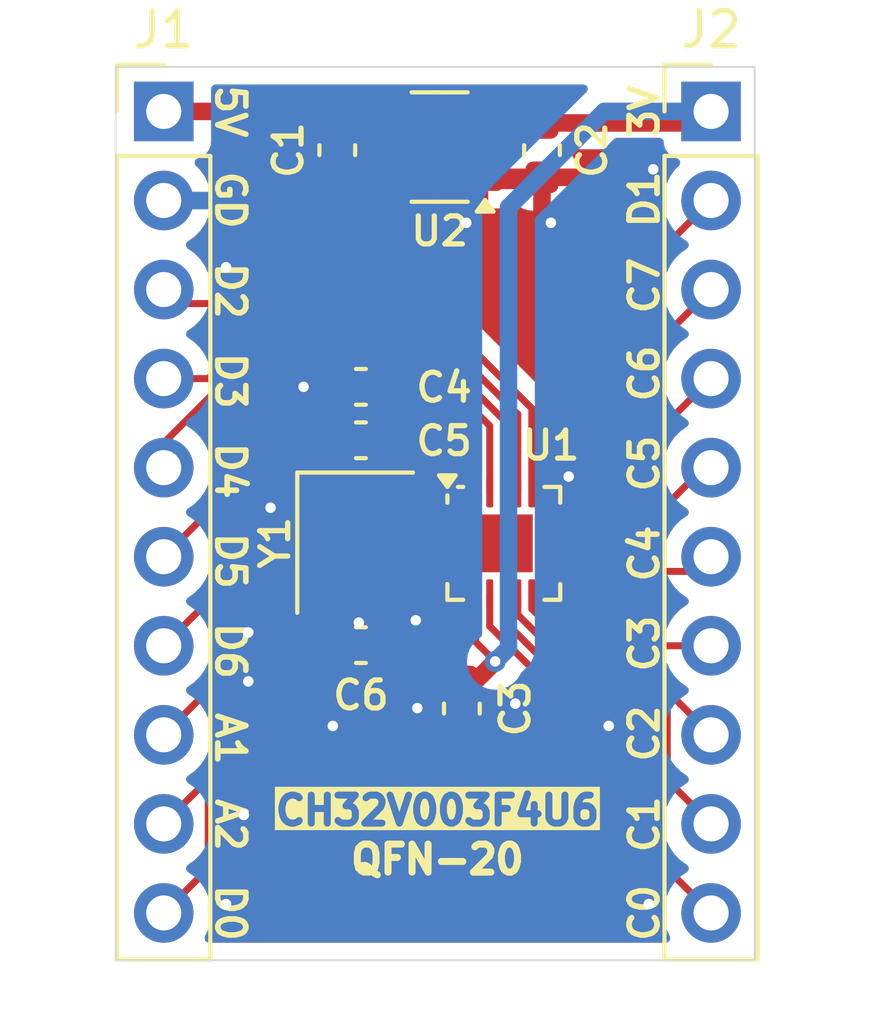
<source format=kicad_pcb>
(kicad_pcb (version 20240108) (generator "pcbnew") (generator_version "8.0")
  (layers (0 "F.Cu" signal) (31 "B.Cu" signal) (34 "B.Paste" user) (35 "F.Paste" user) (36 "B.SilkS" user "B.Silkscreen") (37 "F.SilkS" user "F.Silkscreen") (38 "B.Mask" user) (39 "F.Mask" user) (44 "Edge.Cuts" user))
  (net 0 "")
  (net 1 "GND")
  (net 2 "+5V")
  (net 3 "+3V3")
  (net 4 "NRST")
  (net 5 "PA1")
  (net 6 "PA2")
  (net 7 "PD6")
  (net 8 "PD1")
  (net 9 "PC3")
  (net 10 "PD4")
  (net 11 "PD5")
  (net 12 "PC4")
  (net 13 "PD3")
  (net 14 "PC6")
  (net 15 "PC0")
  (net 16 "PC1")
  (net 17 "PC2")
  (net 18 "PD2")
  (net 19 "PC7")
  (net 20 "PC5")
  (net 21 "PD0")
  (footprint "Capacitor_SMD:C_0603_1608Metric" (layer "F.Cu") (at 99.441 69.4295 -90)
    (property "Reference" "C2" (at 0 -1.43 90) (layer "F.SilkS") (effects (font (size 0.8 0.8))))
    (property "Value" "10uF")
    (fp_line (start -0.14058 0.51) (end 0.14058 0.51) (stroke (width 0.12)) (layer "F.SilkS"))
    (fp_line (start -0.14058 -0.51) (end 0.14058 -0.51) (stroke (width 0.12)) (layer "F.SilkS"))
    (pad "1" smd roundrect (at -0.775 0 270) (size 0.9 0.95) (layers "F.Cu" "F.Paste" "F.Mask") (net 3 "+3V3"))
    (pad "2" smd roundrect (at 0.775 0 270) (size 0.9 0.95) (layers "F.Cu" "F.Paste" "F.Mask") (net 1 "GND"))
  )
  (footprint "Package_DFN_QFN:QFN-20-1EP_3x3mm_P0.4mm_EP1.65x1.65mm" (layer "F.Cu") (at 98.351 80.645)
    (property "Reference" "U1" (at 1.344 -2.794 0) (layer "F.SilkS") (effects (font (size 0.8 0.8))))
    (property "Value" "CH32V003FxUx")
    (fp_line (start -1.61 -1.16) (end -1.61 -1.37) (stroke (width 0.12)) (layer "F.SilkS"))
    (fp_line (start -1.61 1.61) (end -1.61 1.16) (stroke (width 0.12)) (layer "F.SilkS"))
    (fp_line (start -1.16 -1.61) (end -1.31 -1.61) (stroke (width 0.12)) (layer "F.SilkS"))
    (fp_line (start -1.16 1.61) (end -1.61 1.61) (stroke (width 0.12)) (layer "F.SilkS"))
    (fp_line (start 1.16 -1.61) (end 1.61 -1.61) (stroke (width 0.12)) (layer "F.SilkS"))
    (fp_line (start 1.16 1.61) (end 1.61 1.61) (stroke (width 0.12)) (layer "F.SilkS"))
    (fp_line (start 1.61 -1.61) (end 1.61 -1.16) (stroke (width 0.12)) (layer "F.SilkS"))
    (fp_line (start 1.61 1.61) (end 1.61 1.16) (stroke (width 0.12)) (layer "F.SilkS"))
    (fp_poly (pts (xy -1.61 -1.61) (xy -1.85 -1.94) (xy -1.37 -1.94) (xy -1.61 -1.61)) (stroke (width 0.12)) (fill solid) (layer "F.SilkS"))
    (pad "1" smd roundrect (at -1.45 -0.8) (size 0.85 0.2) (layers "F.Cu" "F.Paste" "F.Mask") (net 4 "NRST"))
    (pad "2" smd roundrect (at -1.45 -0.4) (size 0.85 0.2) (layers "F.Cu" "F.Paste" "F.Mask") (net 5 "PA1"))
    (pad "3" smd roundrect (at -1.45 0) (size 0.85 0.2) (layers "F.Cu" "F.Paste" "F.Mask") (net 6 "PA2"))
    (pad "4" smd roundrect (at -1.45 0.4) (size 0.85 0.2) (layers "F.Cu" "F.Paste" "F.Mask") (net 1 "GND"))
    (pad "5" smd roundrect (at -1.45 0.8) (size 0.85 0.2) (layers "F.Cu" "F.Paste" "F.Mask") (net 21 "PD0"))
    (pad "6" smd roundrect (at -0.8 1.45) (size 0.2 0.85) (layers "F.Cu" "F.Paste" "F.Mask") (net 3 "+3V3"))
    (pad "7" smd roundrect (at -0.4 1.45) (size 0.2 0.85) (layers "F.Cu" "F.Paste" "F.Mask") (net 15 "PC0"))
    (pad "8" smd roundrect (at 0 1.45) (size 0.2 0.85) (layers "F.Cu" "F.Paste" "F.Mask") (net 16 "PC1"))
    (pad "9" smd roundrect (at 0.4 1.45) (size 0.2 0.85) (layers "F.Cu" "F.Paste" "F.Mask") (net 17 "PC2"))
    (pad "10" smd roundrect (at 0.8 1.45) (size 0.2 0.85) (layers "F.Cu" "F.Paste" "F.Mask") (net 9 "PC3"))
    (pad "11" smd roundrect (at 1.45 0.8) (size 0.85 0.2) (layers "F.Cu" "F.Paste" "F.Mask") (net 12 "PC4"))
    (pad "12" smd roundrect (at 1.45 0.4) (size 0.85 0.2) (layers "F.Cu" "F.Paste" "F.Mask") (net 20 "PC5"))
    (pad "13" smd roundrect (at 1.45 0) (size 0.85 0.2) (layers "F.Cu" "F.Paste" "F.Mask") (net 14 "PC6"))
    (pad "14" smd roundrect (at 1.45 -0.4) (size 0.85 0.2) (layers "F.Cu" "F.Paste" "F.Mask") (net 19 "PC7"))
    (pad "15" smd roundrect (at 1.45 -0.8) (size 0.85 0.2) (layers "F.Cu" "F.Paste" "F.Mask") (net 8 "PD1"))
    (pad "16" smd roundrect (at 0.8 -1.45) (size 0.2 0.85) (layers "F.Cu" "F.Paste" "F.Mask") (net 18 "PD2"))
    (pad "17" smd roundrect (at 0.4 -1.45) (size 0.2 0.85) (layers "F.Cu" "F.Paste" "F.Mask") (net 13 "PD3"))
    (pad "18" smd roundrect (at 0 -1.45) (size 0.2 0.85) (layers "F.Cu" "F.Paste" "F.Mask") (net 10 "PD4"))
    (pad "19" smd roundrect (at -0.4 -1.45) (size 0.2 0.85) (layers "F.Cu" "F.Paste" "F.Mask") (net 11 "PD5"))
    (pad "20" smd roundrect (at -0.8 -1.45) (size 0.2 0.85) (layers "F.Cu" "F.Paste" "F.Mask") (net 7 "PD6"))
    (pad "21" smd rect (at 0 0) (size 1.65 1.65) (property pad_prop_heatsink) (layers "F.Cu" "F.Mask"))
  )
  (footprint "Connector_PinHeader_2.54mm:PinHeader_1x10_P2.54mm_Vertical" (layer "F.Cu") (at 88.646 68.326)
    (property "Reference" "J1" (at 0 -2.33 0) (layer "F.SilkS"))
    (property "Value" "Conn_01x10")
    (fp_line (start -1.33 -1.33) (end 0 -1.33) (stroke (width 0.12)) (layer "F.SilkS"))
    (fp_line (start -1.33 0) (end -1.33 -1.33) (stroke (width 0.12)) (layer "F.SilkS"))
    (fp_line (start -1.33 1.27) (end -1.33 24.19) (stroke (width 0.12)) (layer "F.SilkS"))
    (fp_line (start -1.33 1.27) (end 1.33 1.27) (stroke (width 0.12)) (layer "F.SilkS"))
    (fp_line (start -1.33 24.19) (end 1.33 24.19) (stroke (width 0.12)) (layer "F.SilkS"))
    (fp_line (start 1.33 1.27) (end 1.33 24.19) (stroke (width 0.12)) (layer "F.SilkS"))
    (pad "1" thru_hole rect (at 0 0) (size 1.7 1.7) (drill 1) (layers "*.Cu" "*.Mask") (net 2 "+5V"))
    (pad "2" thru_hole oval (at 0 2.54) (size 1.7 1.7) (drill 1) (layers "*.Cu" "*.Mask") (net 1 "GND"))
    (pad "3" thru_hole oval (at 0 5.08) (size 1.7 1.7) (drill 1) (layers "*.Cu" "*.Mask") (net 18 "PD2"))
    (pad "4" thru_hole oval (at 0 7.62) (size 1.7 1.7) (drill 1) (layers "*.Cu" "*.Mask") (net 13 "PD3"))
    (pad "5" thru_hole oval (at 0 10.16) (size 1.7 1.7) (drill 1) (layers "*.Cu" "*.Mask") (net 10 "PD4"))
    (pad "6" thru_hole oval (at 0 12.7) (size 1.7 1.7) (drill 1) (layers "*.Cu" "*.Mask") (net 11 "PD5"))
    (pad "7" thru_hole oval (at 0 15.24) (size 1.7 1.7) (drill 1) (layers "*.Cu" "*.Mask") (net 7 "PD6"))
    (pad "8" thru_hole oval (at 0 17.78) (size 1.7 1.7) (drill 1) (layers "*.Cu" "*.Mask") (net 5 "PA1"))
    (pad "9" thru_hole oval (at 0 20.32) (size 1.7 1.7) (drill 1) (layers "*.Cu" "*.Mask") (net 6 "PA2"))
    (pad "10" thru_hole oval (at 0 22.86) (size 1.7 1.7) (drill 1) (layers "*.Cu" "*.Mask") (net 21 "PD0"))
  )
  (footprint "Capacitor_SMD:C_0603_1608Metric" (layer "F.Cu") (at 94.273 77.705)
    (property "Reference" "C5" (at 2.374 0.019 0) (layer "F.SilkS") (effects (font (size 0.8 0.8))))
    (property "Value" "30pF")
    (fp_line (start -0.14058 -0.51) (end 0.14058 -0.51) (stroke (width 0.12)) (layer "F.SilkS"))
    (fp_line (start -0.14058 0.51) (end 0.14058 0.51) (stroke (width 0.12)) (layer "F.SilkS"))
    (pad "1" smd roundrect (at -0.775 0) (size 0.9 0.95) (layers "F.Cu" "F.Paste" "F.Mask") (net 5 "PA1"))
    (pad "2" smd roundrect (at 0.775 0) (size 0.9 0.95) (layers "F.Cu" "F.Paste" "F.Mask") (net 1 "GND"))
  )
  (footprint "Capacitor_SMD:C_0603_1608Metric" (layer "F.Cu") (at 93.599 69.4295 -90)
    (property "Reference" "C1" (at 0 1.397 90) (layer "F.SilkS") (effects (font (size 0.8 0.8))))
    (property "Value" "10uF")
    (fp_line (start -0.14058 0.51) (end 0.14058 0.51) (stroke (width 0.12)) (layer "F.SilkS"))
    (fp_line (start -0.14058 -0.51) (end 0.14058 -0.51) (stroke (width 0.12)) (layer "F.SilkS"))
    (pad "1" smd roundrect (at -0.775 0 270) (size 0.9 0.95) (layers "F.Cu" "F.Paste" "F.Mask") (net 2 "+5V"))
    (pad "2" smd roundrect (at 0.775 0 270) (size 0.9 0.95) (layers "F.Cu" "F.Paste" "F.Mask") (net 1 "GND"))
  )
  (footprint "Crystal:Crystal_SMD_3225-4Pin_3.2x2.5mm" (layer "F.Cu") (at 94.107 80.626 -90)
    (property "Reference" "Y1" (at 0 2.286 90) (layer "F.SilkS") (effects (font (size 0.8 0.8))))
    (property "Value" "24MHz")
    (fp_line (start -2 1.65) (end 2 1.65) (stroke (width 0.12)) (layer "F.SilkS"))
    (fp_line (start -2 -1.65) (end -2 1.65) (stroke (width 0.12)) (layer "F.SilkS"))
    (pad "1" smd rect (at -1.1 0.85 270) (size 1.4 1.2) (layers "F.Cu" "F.Paste" "F.Mask") (net 5 "PA1"))
    (pad "2" smd rect (at 1.1 0.85 270) (size 1.4 1.2) (layers "F.Cu" "F.Paste" "F.Mask") (net 1 "GND"))
    (pad "3" smd rect (at 1.1 -0.85 270) (size 1.4 1.2) (layers "F.Cu" "F.Paste" "F.Mask") (net 6 "PA2"))
    (pad "4" smd rect (at -1.1 -0.85 270) (size 1.4 1.2) (layers "F.Cu" "F.Paste" "F.Mask") (net 1 "GND"))
  )
  (footprint "Capacitor_SMD:C_0603_1608Metric" (layer "F.Cu") (at 97.155 85.357 90)
    (property "Reference" "C3" (at 0 1.524 -90) (layer "F.SilkS") (effects (font (size 0.8 0.8))))
    (property "Value" "100nF")
    (fp_line (start -0.14058 -0.51) (end 0.14058 -0.51) (stroke (width 0.12)) (layer "F.SilkS"))
    (fp_line (start -0.14058 0.51) (end 0.14058 0.51) (stroke (width 0.12)) (layer "F.SilkS"))
    (pad "1" smd roundrect (at -0.775 0 90) (size 0.9 0.95) (layers "F.Cu" "F.Paste" "F.Mask") (net 1 "GND"))
    (pad "2" smd roundrect (at 0.775 0 90) (size 0.9 0.95) (layers "F.Cu" "F.Paste" "F.Mask") (net 3 "+3V3"))
  )
  (footprint "Package_TO_SOT_SMD:SOT-23-3" (layer "F.Cu") (at 96.52 69.342 180)
    (property "Reference" "U2" (at 0 -2.4 180) (layer "F.SilkS") (effects (font (size 0.8 0.8))))
    (property "Value" "XC6206PxxxMR")
    (fp_line (start 0 1.56) (end 0.8 1.56) (stroke (width 0.12)) (layer "F.SilkS"))
    (fp_line (start 0 1.56) (end -0.8 1.56) (stroke (width 0.12)) (layer "F.SilkS"))
    (fp_line (start 0 -1.56) (end 0.8 -1.56) (stroke (width 0.12)) (layer "F.SilkS"))
    (fp_line (start 0 -1.56) (end -0.8 -1.56) (stroke (width 0.12)) (layer "F.SilkS"))
    (fp_poly (pts (xy -1.3 -1.51) (xy -1.54 -1.84) (xy -1.06 -1.84) (xy -1.3 -1.51)) (stroke (width 0.12)) (fill solid) (layer "F.SilkS"))
    (pad "1" smd roundrect (at -1.1375 -0.95 180) (size 1.325 0.6) (layers "F.Cu" "F.Paste" "F.Mask") (net 1 "GND"))
    (pad "2" smd roundrect (at -1.1375 0.95 180) (size 1.325 0.6) (layers "F.Cu" "F.Paste" "F.Mask") (net 3 "+3V3"))
    (pad "3" smd roundrect (at 1.1375 0 180) (size 1.325 0.6) (layers "F.Cu" "F.Paste" "F.Mask") (net 2 "+5V"))
  )
  (footprint "Capacitor_SMD:C_0603_1608Metric" (layer "F.Cu") (at 94.273 76.181 180)
    (property "Reference" "C4" (at -2.374 -0.019 180) (layer "F.SilkS") (effects (font (size 0.8 0.8))))
    (property "Value" "100nF")
    (fp_line (start -0.14058 0.51) (end 0.14058 0.51) (stroke (width 0.12)) (layer "F.SilkS"))
    (fp_line (start -0.14058 -0.51) (end 0.14058 -0.51) (stroke (width 0.12)) (layer "F.SilkS"))
    (pad "1" smd roundrect (at -0.775 0 180) (size 0.9 0.95) (layers "F.Cu" "F.Paste" "F.Mask") (net 4 "NRST"))
    (pad "2" smd roundrect (at 0.775 0 180) (size 0.9 0.95) (layers "F.Cu" "F.Paste" "F.Mask") (net 1 "GND"))
  )
  (footprint "Connector_PinHeader_2.54mm:PinHeader_1x10_P2.54mm_Vertical" (layer "F.Cu") (at 104.267 68.326)
    (property "Reference" "J2" (at 0 -2.33 0) (layer "F.SilkS"))
    (property "Value" "Conn_01x10")
    (fp_line (start -1.33 -1.33) (end 0 -1.33) (stroke (width 0.12)) (layer "F.SilkS"))
    (fp_line (start -1.33 0) (end -1.33 -1.33) (stroke (width 0.12)) (layer "F.SilkS"))
    (fp_line (start -1.33 1.27) (end -1.33 24.19) (stroke (width 0.12)) (layer "F.SilkS"))
    (fp_line (start -1.33 1.27) (end 1.33 1.27) (stroke (width 0.12)) (layer "F.SilkS"))
    (fp_line (start -1.33 24.19) (end 1.33 24.19) (stroke (width 0.12)) (layer "F.SilkS"))
    (fp_line (start 1.33 1.27) (end 1.33 24.19) (stroke (width 0.12)) (layer "F.SilkS"))
    (pad "1" thru_hole rect (at 0 0) (size 1.7 1.7) (drill 1) (layers "*.Cu" "*.Mask") (net 3 "+3V3"))
    (pad "2" thru_hole oval (at 0 2.54) (size 1.7 1.7) (drill 1) (layers "*.Cu" "*.Mask") (net 8 "PD1"))
    (pad "3" thru_hole oval (at 0 5.08) (size 1.7 1.7) (drill 1) (layers "*.Cu" "*.Mask") (net 19 "PC7"))
    (pad "4" thru_hole oval (at 0 7.62) (size 1.7 1.7) (drill 1) (layers "*.Cu" "*.Mask") (net 14 "PC6"))
    (pad "5" thru_hole oval (at 0 10.16) (size 1.7 1.7) (drill 1) (layers "*.Cu" "*.Mask") (net 20 "PC5"))
    (pad "6" thru_hole oval (at 0 12.7) (size 1.7 1.7) (drill 1) (layers "*.Cu" "*.Mask") (net 12 "PC4"))
    (pad "7" thru_hole oval (at 0 15.24) (size 1.7 1.7) (drill 1) (layers "*.Cu" "*.Mask") (net 9 "PC3"))
    (pad "8" thru_hole oval (at 0 17.78) (size 1.7 1.7) (drill 1) (layers "*.Cu" "*.Mask") (net 17 "PC2"))
    (pad "9" thru_hole oval (at 0 20.32) (size 1.7 1.7) (drill 1) (layers "*.Cu" "*.Mask") (net 16 "PC1"))
    (pad "10" thru_hole oval (at 0 22.86) (size 1.7 1.7) (drill 1) (layers "*.Cu" "*.Mask") (net 15 "PC0"))
  )
  (footprint "Capacitor_SMD:C_0603_1608Metric" (layer "F.Cu") (at 94.273 83.547 180)
    (property "Reference" "C6" (at 0 -1.43 180) (layer "F.SilkS") (effects (font (size 0.8 0.8))))
    (property "Value" "30pF")
    (fp_line (start -0.14058 0.51) (end 0.14058 0.51) (stroke (width 0.12)) (layer "F.SilkS"))
    (fp_line (start -0.14058 -0.51) (end 0.14058 -0.51) (stroke (width 0.12)) (layer "F.SilkS"))
    (pad "1" smd roundrect (at -0.775 0 180) (size 0.9 0.95) (layers "F.Cu" "F.Paste" "F.Mask") (net 6 "PA2"))
    (pad "2" smd roundrect (at 0.775 0 180) (size 0.9 0.95) (layers "F.Cu" "F.Paste" "F.Mask") (net 1 "GND"))
  )
  (gr_rect (start 87.273 67.056) (end 105.513 92.535) (stroke (width 0.05)) (fill none) (layer "Edge.Cuts"))
  (gr_text "5V" (at 90.551 68.326 -90) (layer "F.SilkS") (effects (font (size 0.8 0.8) (thickness 0.16) (bold yes))))
  (gr_text "D5" (at 90.551 81.144517 270) (layer "F.SilkS") (effects (font (size 0.8 0.8) (thickness 0.16) (bold yes))))
  (gr_text "C4" (at 102.362 80.934996 90) (layer "F.SilkS") (effects (font (size 0.8 0.8) (thickness 0.16) (bold yes))))
  (gr_text "QFN-20" (at 96.456499 89.662 0) (layer "F.SilkS") (effects (font (size 0.8 0.8) (thickness 0.2) (bold yes))))
  (gr_text "3V" (at 102.362 68.326 90) (layer "F.SilkS") (effects (font (size 0.8 0.8) (thickness 0.16) (bold yes))))
  (gr_text "C5" (at 102.362 78.367483 90) (layer "F.SilkS") (effects (font (size 0.8 0.8) (thickness 0.16) (bold yes))))
  (gr_text "GD" (at 90.551 70.855418 270) (layer "F.SilkS") (effects (font (size 0.8 0.8) (thickness 0.16) (bold yes))))
  (gr_text "D4" (at 90.551 78.577004 270) (layer "F.SilkS") (effects (font (size 0.8 0.8) (thickness 0.16) (bold yes))))
  (gr_text "C1" (at 102.362 88.656582 90) (layer "F.SilkS") (effects (font (size 0.8 0.8) (thickness 0.16) (bold yes))))
  (gr_text "D3" (at 90.551 76.009491 270) (layer "F.SilkS") (effects (font (size 0.8 0.8) (thickness 0.16) (bold yes))))
  (gr_text "CH32V003F4U6" (at 96.456499 88.265 0) (layer "F.SilkS" knockout) (effects (font (size 0.8 0.8) (thickness 0.2) (bold yes))))
  (gr_text "C2" (at 102.362 86.070022 90) (layer "F.SilkS") (effects (font (size 0.8 0.8) (thickness 0.16) (bold yes))))
  (gr_text "D6" (at 90.551 83.71203 270) (layer "F.SilkS") (effects (font (size 0.8 0.8) (thickness 0.16) (bold yes))))
  (gr_text "A1" (at 90.551 86.2224 270) (layer "F.SilkS") (effects (font (size 0.8 0.8) (thickness 0.16) (bold yes))))
  (gr_text "A2" (at 90.551 88.675627 270) (layer "F.SilkS") (effects (font (size 0.8 0.8) (thickness 0.16) (bold yes))))
  (gr_text "C6" (at 102.362 75.79997 90) (layer "F.SilkS") (effects (font (size 0.8 0.8) (thickness 0.16) (bold yes))))
  (gr_text "C0" (at 102.362 91.186 90) (layer "F.SilkS") (effects (font (size 0.8 0.8) (thickness 0.16) (bold yes))))
  (gr_text "D0" (at 90.551 91.186 270) (layer "F.SilkS") (effects (font (size 0.8 0.8) (thickness 0.16) (bold yes))))
  (gr_text "C7" (at 102.362 73.2896 90) (layer "F.SilkS") (effects (font (size 0.8 0.8) (thickness 0.16) (bold yes))))
  (gr_text "D1" (at 102.362 70.836373 90) (layer "F.SilkS") (effects (font (size 0.8 0.8) (thickness 0.16) (bold yes))))
  (gr_text "D2" (at 90.551 73.441978 270) (layer "F.SilkS") (effects (font (size 0.8 0.8) (thickness 0.16) (bold yes))))
  (gr_text "C3" (at 102.362 83.502509 90) (layer "F.SilkS") (effects (font (size 0.8 0.8) (thickness 0.16) (bold yes))))
  (segment (start 93.498 76.181) (end 93.524 76.181) (width 0.5) (layer "F.Cu") (net 1))
  (segment (start 94.213629 82.905005) (end 93.571634 83.547) (width 0.2) (layer "F.Cu") (net 1))
  (segment (start 96.37964 81.045) (end 96.901 81.045) (width 0.2) (layer "F.Cu") (net 1))
  (segment (start 93.524 76.181) (end 95.048 77.705) (width 0.5) (layer "F.Cu") (net 1))
  (segment (start 99.3535 70.292) (end 99.441 70.2045) (width 0.5) (layer "F.Cu") (net 1))
  (segment (start 95.885 85.979) (end 96.038 86.132) (width 0.5) (layer "F.Cu") (net 1))
  (segment (start 95.838163 82.838754) (end 96.012 82.664917) (width 0.2) (layer "F.Cu") (net 1))
  (segment (start 93.6865 70.292) (end 97.6575 70.292) (width 0.5) (layer "F.Cu") (net 1))
  (segment (start 96.012 81.41264) (end 96.37964 81.045) (width 0.2) (layer "F.Cu") (net 1))
  (segment (start 97.6575 70.292) (end 99.3535 70.292) (width 0.5) (layer "F.Cu") (net 1))
  (segment (start 95.885 85.344) (end 95.885 85.979) (width 0.5) (layer "F.Cu") (net 1))
  (segment (start 92.637417 76.181) (end 93.498 76.181) (width 0.5) (layer "F.Cu") (net 1))
  (segment (start 93.571634 83.547) (end 93.498 83.547) (width 0.2) (layer "F.Cu") (net 1))
  (segment (start 92.3555 70.2045) (end 91.694 70.866) (width 0.5) (layer "F.Cu") (net 1))
  (segment (start 95.048 79.451) (end 95.123 79.526) (width 0.2) (layer "F.Cu") (net 1))
  (segment (start 96.038 86.132) (end 97.155 86.132) (width 0.5) (layer "F.Cu") (net 1))
  (segment (start 95.048 77.705) (end 95.048 79.451) (width 0.2) (layer "F.Cu") (net 1))
  (segment (start 93.599 70.2045) (end 92.3555 70.2045) (width 0.5) (layer "F.Cu") (net 1))
  (segment (start 94.213629 82.905005) (end 93.257 81.948376) (width 0.2) (layer "F.Cu") (net 1))
  (segment (start 91.694 70.866) (end 88.646 70.866) (width 0.5) (layer "F.Cu") (net 1))
  (segment (start 93.599 70.2045) (end 93.6865 70.292) (width 0.5) (layer "F.Cu") (net 1))
  (segment (start 93.257 81.948376) (end 93.257 81.726) (width 0.2) (layer "F.Cu") (net 1))
  (segment (start 96.012 82.664917) (end 96.012 81.41264) (width 0.2) (layer "F.Cu") (net 1))
  (via (at 91.059 84.582) (size 0.6) (drill 0.3) (layers "F.Cu" "B.Cu") (net 1))
  (via (at 92.637417 76.181) (size 0.6) (drill 0.3) (layers "F.Cu" "B.Cu") (net 1))
  (via (at 97.282 71.501) (size 0.6) (drill 0.3) (layers "F.Cu" "B.Cu") (net 1))
  (via (at 100.203 78.74) (size 0.6) (drill 0.3) (layers "F.Cu" "B.Cu") (net 1))
  (via (at 91.694 79.629) (size 0.6) (drill 0.3) (layers "F.Cu" "B.Cu") (net 1))
  (via (at 95.885 85.344) (size 0.6) (drill 0.3) (layers "F.Cu" "B.Cu") (net 1))
  (via (at 98.679 85.217) (size 0.6) (drill 0.3) (layers "F.Cu" "B.Cu") (net 1))
  (via (at 99.695 71.501) (size 0.6) (drill 0.3) (layers "F.Cu" "B.Cu") (net 1))
  (via (at 90.424 90.932) (size 0.6) (drill 0.3) (layers "F.Cu" "B.Cu") (net 1))
  (via (at 102.616 69.977) (size 0.6) (drill 0.3) (layers "F.Cu" "B.Cu") (net 1))
  (via (at 95.838163 82.838754) (size 0.6) (drill 0.3) (layers "F.Cu" "B.Cu") (net 1))
  (via (at 102.489 90.932) (size 0.6) (drill 0.3) (layers "F.Cu" "B.Cu") (net 1))
  (via (at 91.059 83.185) (size 0.6) (drill 0.3) (layers "F.Cu" "B.Cu") (net 1))
  (via (at 90.932 88.392) (size 0.6) (drill 0.3) (layers "F.Cu" "B.Cu") (net 1))
  (via (at 93.472 85.852) (size 0.6) (drill 0.3) (layers "F.Cu" "B.Cu") (net 1))
  (via (at 101.346 85.852) (size 0.6) (drill 0.3) (layers "F.Cu" "B.Cu") (net 1))
  (via (at 94.213629 82.905005) (size 0.6) (drill 0.3) (layers "F.Cu" "B.Cu") (net 1))
  (via (at 90.424 72.771) (size 0.6) (drill 0.3) (layers "F.Cu" "B.Cu") (net 1))
  (segment (start 94.213629 82.905005) (end 94.27988 82.838754) (width 0.2) (layer "B.Cu") (net 1))
  (segment (start 90.424 71.247) (end 90.043 70.866) (width 0.5) (layer "B.Cu") (net 1))
  (segment (start 90.424 73.967583) (end 90.424 72.771) (width 0.5) (layer "B.Cu") (net 1))
  (segment (start 92.637417 76.181) (end 90.424 73.967583) (width 0.5) (layer "B.Cu") (net 1))
  (segment (start 90.424 72.771) (end 90.424 71.247) (width 0.5) (layer "B.Cu") (net 1))
  (segment (start 92.637417 81.328793) (end 94.213629 82.905005) (width 0.5) (layer "B.Cu") (net 1))
  (segment (start 95.885 85.344) (end 94.213629 83.672629) (width 0.5) (layer "B.Cu") (net 1))
  (segment (start 90.043 70.866) (end 88.646 70.866) (width 0.5) (layer "B.Cu") (net 1))
  (segment (start 94.213629 83.672629) (end 94.213629 82.905005) (width 0.5) (layer "B.Cu") (net 1))
  (segment (start 92.637417 76.181) (end 92.637417 81.328793) (width 0.5) (layer "B.Cu") (net 1))
  (segment (start 94.27988 82.838754) (end 95.838163 82.838754) (width 0.2) (layer "B.Cu") (net 1))
  (segment (start 93.2705 68.326) (end 93.599 68.6545) (width 0.5) (layer "F.Cu") (net 2))
  (segment (start 94.2865 69.342) (end 93.599 68.6545) (width 0.5) (layer "F.Cu") (net 2))
  (segment (start 88.646 68.326) (end 93.2705 68.326) (width 0.5) (layer "F.Cu") (net 2))
  (segment (start 95.3825 69.342) (end 94.2865 69.342) (width 0.5) (layer "F.Cu") (net 2))
  (segment (start 97.6575 68.392) (end 99.1785 68.392) (width 0.5) (layer "F.Cu") (net 3))
  (segment (start 99.441 68.6545) (end 103.9385 68.6545) (width 0.5) (layer "F.Cu") (net 3))
  (segment (start 97.536 84.582) (end 97.155 84.582) (width 0.5) (layer "F.Cu") (net 3))
  (segment (start 97.551 82.095) (end 97.551 83.459586) (width 0.2) (layer "F.Cu") (net 3))
  (segment (start 98.104707 84.013293) (end 97.536 84.582) (width 0.5) (layer "F.Cu") (net 3))
  (segment (start 103.9385 68.6545) (end 104.267 68.326) (width 0.5) (layer "F.Cu") (net 3))
  (segment (start 99.1785 68.392) (end 99.441 68.6545) (width 0.5) (layer "F.Cu") (net 3))
  (segment (start 97.551 83.459586) (end 98.104707 84.013293) (width 0.2) (layer "F.Cu") (net 3))
  (via (at 98.104707 84.013293) (size 0.6) (drill 0.3) (layers "F.Cu" "B.Cu") (net 3))
  (segment (start 101.219 68.326) (end 104.267 68.326) (width 0.5) (layer "B.Cu") (net 3))
  (segment (start 98.485707 83.632293) (end 98.485707 71.059293) (width 0.5) (layer "B.Cu") (net 3))
  (segment (start 98.485707 71.059293) (end 101.219 68.326) (width 0.5) (layer "B.Cu") (net 3))
  (segment (start 98.104707 84.013293) (end 98.485707 83.632293) (width 0.5) (layer "B.Cu") (net 3))
  (segment (start 95.885 79.502) (end 95.885 77.018) (width 0.2) (layer "F.Cu") (net 4))
  (segment (start 95.885 77.018) (end 95.048 76.181) (width 0.2) (layer "F.Cu") (net 4))
  (segment (start 96.228 79.845) (end 95.885 79.502) (width 0.2) (layer "F.Cu") (net 4))
  (segment (start 96.901 79.845) (end 96.228 79.845) (width 0.2) (layer "F.Cu") (net 4))
  (segment (start 93.257 77.946) (end 93.498 77.705) (width 0.2) (layer "F.Cu") (net 5))
  (segment (start 93.257 79.726) (end 94.11525 80.58425) (width 0.2) (layer "F.Cu") (net 5))
  (segment (start 93.257 79.526) (end 93.257 77.946) (width 0.2) (layer "F.Cu") (net 5))
  (segment (start 91.942686 80.835) (end 90.043 82.734686) (width 0.2) (layer "F.Cu") (net 5))
  (segment (start 96.036501 80.245) (end 96.901 80.245) (width 0.2) (layer "F.Cu") (net 5))
  (segment (start 94.11525 80.58425) (end 95.69725 80.58425) (width 0.2) (layer "F.Cu") (net 5))
  (segment (start 90.043 84.709) (end 88.646 86.106) (width 0.2) (layer "F.Cu") (net 5))
  (segment (start 93.257 79.526) (end 93.257 79.726) (width 0.2) (layer "F.Cu") (net 5))
  (segment (start 95.69725 80.58425) (end 96.036501 80.245) (width 0.2) (layer "F.Cu") (net 5))
  (segment (start 90.043 82.734686) (end 90.043 84.709) (width 0.2) (layer "F.Cu") (net 5))
  (segment (start 91.948 80.835) (end 91.942686 80.835) (width 0.2) (layer "F.Cu") (net 5))
  (segment (start 93.257 79.526) (end 91.948 80.835) (width 0.2) (layer "F.Cu") (net 5))
  (segment (start 92.837 84.455) (end 88.646 88.646) (width 0.2) (layer "F.Cu") (net 6))
  (segment (start 96.202186 80.645) (end 95.123 81.724185) (width 0.2) (layer "F.Cu") (net 6))
  (segment (start 96.901 80.645) (end 96.202186 80.645) (width 0.2) (layer "F.Cu") (net 6))
  (segment (start 95.048 83.547) (end 95.048 81.817) (width 0.2) (layer "F.Cu") (net 6))
  (segment (start 95.123 81.724185) (end 95.123 81.726) (width 0.2) (layer "F.Cu") (net 6))
  (segment (start 94.79801 84.455) (end 92.837 84.455) (width 0.2) (layer "F.Cu") (net 6))
  (segment (start 95.048 84.20501) (end 94.79801 84.455) (width 0.2) (layer "F.Cu") (net 6))
  (segment (start 95.048 83.547) (end 95.048 84.20501) (width 0.2) (layer "F.Cu") (net 6))
  (segment (start 95.048 81.817) (end 94.957 81.726) (width 0.2) (layer "F.Cu") (net 6))
  (segment (start 95.496696 75.406) (end 97.551 77.460304) (width 0.2) (layer "F.Cu") (net 7))
  (segment (start 90.716 76.843058) (end 92.153058 75.406) (width 0.2) (layer "F.Cu") (net 7))
  (segment (start 90.716 81.496) (end 90.716 76.843058) (width 0.2) (layer "F.Cu") (net 7))
  (segment (start 92.153058 75.406) (end 95.496696 75.406) (width 0.2) (layer "F.Cu") (net 7))
  (segment (start 88.646 83.566) (end 90.716 81.496) (width 0.2) (layer "F.Cu") (net 7))
  (segment (start 97.551 77.460304) (end 97.551 79.195) (width 0.2) (layer "F.Cu") (net 7))
  (segment (start 101.835 79.013) (end 101.835 73.298) (width 0.2) (layer "F.Cu") (net 8))
  (segment (start 101.003 79.845) (end 101.835 79.013) (width 0.2) (layer "F.Cu") (net 8))
  (segment (start 99.801 79.845) (end 101.003 79.845) (width 0.2) (layer "F.Cu") (net 8))
  (segment (start 101.835 73.298) (end 104.267 70.866) (width 0.2) (layer "F.Cu") (net 8))
  (segment (start 99.151 82.514) (end 99.151 82.095) (width 0.2) (layer "F.Cu") (net 9))
  (segment (start 104.267 83.566) (end 100.203 83.566) (width 0.2) (layer "F.Cu") (net 9))
  (segment (start 100.203 83.566) (end 99.151 82.514) (width 0.2) (layer "F.Cu") (net 9))
  (segment (start 95.828068 74.606) (end 98.351 77.128933) (width 0.2) (layer "F.Cu") (net 10))
  (segment (start 88.646 77.781686) (end 91.821686 74.606) (width 0.2) (layer "F.Cu") (net 10))
  (segment (start 88.646 78.486) (end 88.646 77.781686) (width 0.2) (layer "F.Cu") (net 10))
  (segment (start 91.821686 74.606) (end 95.828068 74.606) (width 0.2) (layer "F.Cu") (net 10))
  (segment (start 98.351 77.128933) (end 98.351 79.195) (width 0.2) (layer "F.Cu") (net 10))
  (segment (start 97.951 77.294618) (end 97.951 79.195) (width 0.2) (layer "F.Cu") (net 11))
  (segment (start 95.662382 75.006) (end 97.951 77.294618) (width 0.2) (layer "F.Cu") (net 11))
  (segment (start 88.646 81.026) (end 90.316 79.356) (width 0.2) (layer "F.Cu") (net 11))
  (segment (start 91.987372 75.006) (end 95.662382 75.006) (width 0.2) (layer "F.Cu") (net 11))
  (segment (start 90.316 79.356) (end 90.316 76.677372) (width 0.2) (layer "F.Cu") (net 11))
  (segment (start 90.316 76.677372) (end 91.987372 75.006) (width 0.2) (layer "F.Cu") (net 11))
  (segment (start 104.267 81.026) (end 103.848 81.445) (width 0.2) (layer "F.Cu") (net 12))
  (segment (start 103.848 81.445) (end 99.801 81.445) (width 0.2) (layer "F.Cu") (net 12))
  (segment (start 88.646 75.946) (end 89.916 75.946) (width 0.2) (layer "F.Cu") (net 13))
  (segment (start 98.751 76.963248) (end 98.751 79.195) (width 0.2) (layer "F.Cu") (net 13))
  (segment (start 91.656 74.206) (end 95.993754 74.206) (width 0.2) (layer "F.Cu") (net 13))
  (segment (start 95.993754 74.206) (end 98.751 76.963248) (width 0.2) (layer "F.Cu") (net 13))
  (segment (start 89.916 75.946) (end 91.656 74.206) (width 0.2) (layer "F.Cu") (net 13))
  (segment (start 104.267 75.946) (end 102.635 77.578) (width 0.2) (layer "F.Cu") (net 14))
  (segment (start 102.635 79.344371) (end 101.334371 80.645) (width 0.2) (layer "F.Cu") (net 14))
  (segment (start 101.334371 80.645) (end 99.801 80.645) (width 0.2) (layer "F.Cu") (net 14))
  (segment (start 102.635 77.578) (end 102.635 79.344371) (width 0.2) (layer "F.Cu") (net 14))
  (segment (start 97.951 83.011056) (end 97.951 82.095) (width 0.2) (layer "F.Cu") (net 15))
  (segment (start 104.267 91.186) (end 102.616 89.535) (width 0.2) (layer "F.Cu") (net 15))
  (segment (start 102.616 85.586372) (end 101.795628 84.766) (width 0.2) (layer "F.Cu") (net 15))
  (segment (start 99.705942 84.766) (end 97.951 83.011056) (width 0.2) (layer "F.Cu") (net 15))
  (segment (start 102.616 89.535) (end 102.616 85.586372) (width 0.2) (layer "F.Cu") (net 15))
  (segment (start 101.795628 84.766) (end 99.705942 84.766) (width 0.2) (layer "F.Cu") (net 15))
  (segment (start 103.016 87.395) (end 103.016 85.420687) (width 0.2) (layer "F.Cu") (net 16))
  (segment (start 99.871628 84.366) (end 98.351 82.845371) (width 0.2) (layer "F.Cu") (net 16))
  (segment (start 101.961314 84.366) (end 99.871628 84.366) (width 0.2) (layer "F.Cu") (net 16))
  (segment (start 104.267 88.646) (end 103.016 87.395) (width 0.2) (layer "F.Cu") (net 16))
  (segment (start 98.351 82.845371) (end 98.351 82.095) (width 0.2) (layer "F.Cu") (net 16))
  (segment (start 103.016 85.420687) (end 101.961314 84.366) (width 0.2) (layer "F.Cu") (net 16))
  (segment (start 100.037314 83.966) (end 98.751 82.679686) (width 0.2) (layer "F.Cu") (net 17))
  (segment (start 102.127 83.966) (end 100.037314 83.966) (width 0.2) (layer "F.Cu") (net 17))
  (segment (start 104.267 86.106) (end 102.127 83.966) (width 0.2) (layer "F.Cu") (net 17))
  (segment (start 98.751 82.679686) (end 98.751 82.095) (width 0.2) (layer "F.Cu") (net 17))
  (segment (start 89.046 73.806) (end 96.15944 73.806) (width 0.2) (layer "F.Cu") (net 18))
  (segment (start 96.15944 73.806) (end 99.151 76.797563) (width 0.2) (layer "F.Cu") (net 18))
  (segment (start 88.646 73.406) (end 89.046 73.806) (width 0.2) (layer "F.Cu") (net 18))
  (segment (start 99.151 76.797563) (end 99.151 79.195) (width 0.2) (layer "F.Cu") (net 18))
  (segment (start 102.235 79.178685) (end 102.235 75.438) (width 0.2) (layer "F.Cu") (net 19))
  (segment (start 101.168686 80.245) (end 102.235 79.178685) (width 0.2) (layer "F.Cu") (net 19))
  (segment (start 102.235 75.438) (end 104.267 73.406) (width 0.2) (layer "F.Cu") (net 19))
  (segment (start 99.801 80.245) (end 101.168686 80.245) (width 0.2) (layer "F.Cu") (net 19))
  (segment (start 104.059057 78.486) (end 101.500056 81.045) (width 0.2) (layer "F.Cu") (net 20))
  (segment (start 101.500056 81.045) (end 99.801 81.045) (width 0.2) (layer "F.Cu") (net 20))
  (segment (start 104.267 78.486) (end 104.059057 78.486) (width 0.2) (layer "F.Cu") (net 20))
  (segment (start 96.52 82.672062) (end 96.52 83.298696) (width 0.2) (layer "F.Cu") (net 21))
  (segment (start 93.002686 84.855) (end 89.916 87.941686) (width 0.2) (layer "F.Cu") (net 21))
  (segment (start 89.916 87.941686) (end 89.916 89.916) (width 0.2) (layer "F.Cu") (net 21))
  (segment (start 94.963696 84.855) (end 93.002686 84.855) (width 0.2) (layer "F.Cu") (net 21))
  (segment (start 96.901 81.445) (end 96.545326 81.445) (width 0.2) (layer "F.Cu") (net 21))
  (segment (start 96.545326 81.445) (end 96.412 81.578326) (width 0.2) (layer "F.Cu") (net 21))
  (segment (start 96.52 83.298696) (end 94.963696 84.855) (width 0.2) (layer "F.Cu") (net 21))
  (segment (start 96.412 81.578326) (end 96.412 82.564062) (width 0.2) (layer "F.Cu") (net 21))
  (segment (start 96.412 82.564062) (end 96.52 82.672062) (width 0.2) (layer "F.Cu") (net 21))
  (segment (start 89.916 89.916) (end 88.646 91.186) (width 0.2) (layer "F.Cu") (net 21))
  (zone (net 1) (net_name "GND") (layers "F&B.Cu") (connect_pads (clearance 0.5)) (min_thickness 0.25) (fill yes (thermal_gap 0.5) (thermal_bridge_width 0.5))
    (polygon (pts (xy 87.249 66.929) (xy 105.664 66.929) (xy 105.664 92.583) (xy 87.249 92.583)))
  )
)
</source>
